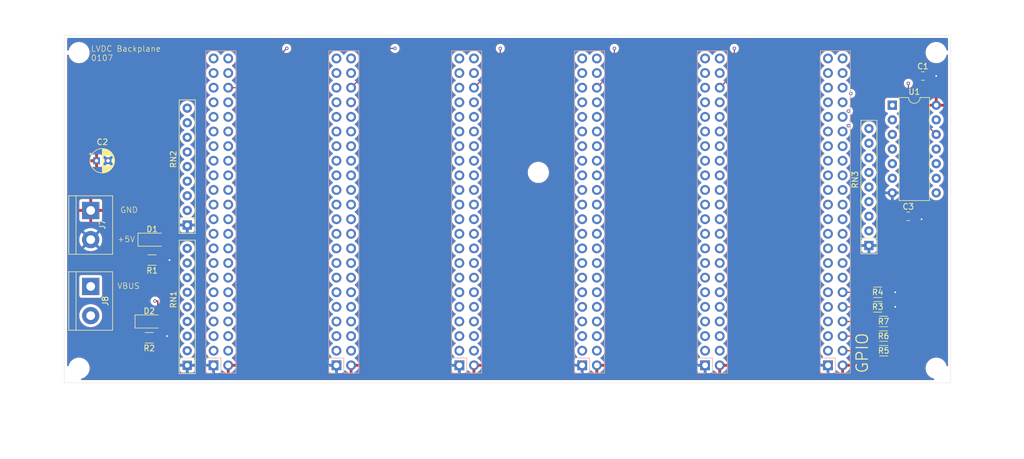
<source format=kicad_pcb>
(kicad_pcb (version 20240108) (generator "pcbnew") (generator_version "8.0")
  (layers (0 "F.Cu" signal) (1 "In1.Cu" signal) (2 "In2.Cu" signal) (31 "B.Cu" signal) (34 "B.Paste" user) (35 "F.Paste" user) (36 "B.SilkS" user "B.Silkscreen") (37 "F.SilkS" user "F.Silkscreen") (38 "B.Mask" user) (39 "F.Mask" user) (44 "Edge.Cuts" user))
  (net 0 "")
  (net 1 "+5V")
  (net 2 "GND")
  (net 3 "Net-(D1-K)")
  (net 4 "DB4")
  (net 5 "I3")
  (net 6 "I11")
  (net 7 "DB11")
  (net 8 "I2")
  (net 9 "DB8")
  (net 10 "I7")
  (net 11 "Net-(J1-Pin_40)")
  (net 12 "DB1")
  (net 13 "DB15")
  (net 14 "I12")
  (net 15 "I8")
  (net 16 "DB5")
  (net 17 "DB10")
  (net 18 "DB18")
  (net 19 "DB14")
  (net 20 "DB17")
  (net 21 "DB24")
  (net 22 "DB22")
  (net 23 "DB21")
  (net 24 "I5")
  (net 25 "I1")
  (net 26 "I4")
  (net 27 "DB25")
  (net 28 "DB0")
  (net 29 "DB2")
  (net 30 "DB13")
  (net 31 "DB23")
  (net 32 "I0")
  (net 33 "DB20")
  (net 34 "~{RST}")
  (net 35 "DB6")
  (net 36 "DB9")
  (net 37 "DB7")
  (net 38 "I10")
  (net 39 "DB12")
  (net 40 "DB19")
  (net 41 "I6")
  (net 42 "+6V")
  (net 43 "I9")
  (net 44 "DB16")
  (net 45 "DB3")
  (net 46 "Net-(J2-Pin_40)")
  (net 47 "Net-(J3-Pin_40)")
  (net 48 "Net-(J4-Pin_40)")
  (net 49 "Net-(J5-Pin_40)")
  (net 50 "Net-(J6-Pin_40)")
  (net 52 "Net-(U1-Pad11)")
  (net 53 "Net-(D2-K)")
  (footprint "Resistor_SMD:R_1206_3216Metric_Pad1.30x1.75mm_HandSolder" (layer "F.Cu") (at 240.284 106.172 180)
    (property "Reference" "R3" (at 0 0 0) (layer "F.SilkS"))
    (property "Value" "2K")
    (pad "1" smd roundrect (at -1.55 0 180) (size 1.3 1.75) (layers "F.Cu" "F.Paste" "F.Mask") (roundrect_rratio 0.192308) (net 2 "GND"))
    (pad "2" smd roundrect (at 1.55 0 180) (size 1.3 1.75) (layers "F.Cu" "F.Paste" "F.Mask") (roundrect_rratio 0.192308) (net 21 "DB24"))
  )
  (footprint "TerminalBlock:TerminalBlock_bornier-2_P5.08mm" (layer "F.Cu") (at 103.632 89.408 -90)
    (property "Reference" "J7" (at 2.454 -2.038 90) (layer "F.SilkS"))
    (property "Value" "Screw_Terminal_01x02")
    (pad "1" thru_hole rect (at 0 0 270) (size 3 3) (drill 1.52) (layers "*.Cu" "*.Mask") (net 1 "+5V"))
    (pad "2" thru_hole circle (at 5.08 0 270) (size 3 3) (drill 1.52) (layers "*.Cu" "*.Mask") (net 2 "GND"))
  )
  (footprint "LED_SMD:LED_1206_3216Metric_Pad1.42x1.75mm_HandSolder" (layer "F.Cu") (at 114.3 94.488)
    (property "Reference" "D1" (at 0 -1.82 0) (layer "F.SilkS"))
    (property "Value" "LED")
    (pad "1" smd roundrect (at -1.4875 0) (size 1.425 1.75) (layers "F.Cu" "F.Paste" "F.Mask") (roundrect_rratio 0.175439) (net 3 "Net-(D1-K)"))
    (pad "2" smd roundrect (at 1.4875 0) (size 1.425 1.75) (layers "F.Cu" "F.Paste" "F.Mask") (roundrect_rratio 0.175439) (net 1 "+5V"))
  )
  (footprint "" (layer "F.Cu") (at 250.444 116.84)
    (property "Reference" "" (at 0 0 0) (layer "F.SilkS") (effects (font (size 1.27 1.27))))
    (property "Value" "")
    (pad "" np_thru_hole circle (at 0 0) (size 3.2 3.2) (drill 3.2) (layers "*.Cu" "*.Mask"))
  )
  (footprint "Capacitor_SMD:C_0805_2012Metric_Pad1.18x1.45mm_HandSolder" (layer "F.Cu") (at 248.1265 66.045)
    (property "Reference" "C1" (at 0 -1.68 0) (layer "F.SilkS"))
    (property "Value" "100nF")
    (pad "1" smd roundrect (at -1.0375 0) (size 1.175 1.45) (layers "F.Cu" "F.Paste" "F.Mask") (roundrect_rratio 0.212766) (net 1 "+5V"))
    (pad "2" smd roundrect (at 1.0375 0) (size 1.175 1.45) (layers "F.Cu" "F.Paste" "F.Mask") (roundrect_rratio 0.212766) (net 2 "GND"))
  )
  (footprint "" (layer "F.Cu") (at 101.6 116.84)
    (property "Reference" "" (at 0 0 0) (layer "F.SilkS") (effects (font (size 1.27 1.27))))
    (property "Value" "")
    (pad "" np_thru_hole circle (at 0 0) (size 3.2 3.2) (drill 3.2) (layers "*.Cu" "*.Mask"))
  )
  (footprint "Capacitor_SMD:C_0805_2012Metric_Pad1.18x1.45mm_HandSolder" (layer "F.Cu") (at 245.5865 90.429)
    (property "Reference" "C3" (at 0 -1.68 0) (layer "F.SilkS"))
    (property "Value" "1µF")
    (pad "1" smd roundrect (at -1.0375 0) (size 1.175 1.45) (layers "F.Cu" "F.Paste" "F.Mask") (roundrect_rratio 0.212766) (net 1 "+5V"))
    (pad "2" smd roundrect (at 1.0375 0) (size 1.175 1.45) (layers "F.Cu" "F.Paste" "F.Mask") (roundrect_rratio 0.212766) (net 2 "GND"))
  )
  (footprint "Package_DIP:DIP-14_W7.62mm" (layer "F.Cu") (at 242.824 71.12)
    (property "Reference" "U1" (at 3.81 -2.33 0) (layer "F.SilkS"))
    (property "Value" "74HCT04")
    (pad "1" thru_hole rect (at 0 0) (size 1.6 1.6) (drill 0.8) (layers "*.Cu" "*.Mask") (net 50 "Net-(J6-Pin_40)"))
    (pad "2" thru_hole oval (at 0 2.54) (size 1.6 1.6) (drill 0.8) (layers "*.Cu" "*.Mask") (net 52 "Net-(U1-Pad11)"))
    (pad "3" thru_hole oval (at 0 5.08) (size 1.6 1.6) (drill 0.8) (layers "*.Cu" "*.Mask") (net 52 "Net-(U1-Pad11)"))
    (pad "4" thru_hole oval (at 0 7.62) (size 1.6 1.6) (drill 0.8) (layers "*.Cu" "*.Mask") (net 49 "Net-(J5-Pin_40)"))
    (pad "5" thru_hole oval (at 0 10.16) (size 1.6 1.6) (drill 0.8) (layers "*.Cu" "*.Mask") (net 52 "Net-(U1-Pad11)"))
    (pad "6" thru_hole oval (at 0 12.7) (size 1.6 1.6) (drill 0.8) (layers "*.Cu" "*.Mask") (net 48 "Net-(J4-Pin_40)"))
    (pad "7" thru_hole oval (at 0 15.24) (size 1.6 1.6) (drill 0.8) (layers "*.Cu" "*.Mask") (net 2 "GND"))
    (pad "8" thru_hole oval (at 7.62 15.24) (size 1.6 1.6) (drill 0.8) (layers "*.Cu" "*.Mask") (net 47 "Net-(J3-Pin_40)"))
    (pad "9" thru_hole oval (at 7.62 12.7) (size 1.6 1.6) (drill 0.8) (layers "*.Cu" "*.Mask") (net 52 "Net-(U1-Pad11)"))
    (pad "10" thru_hole oval (at 7.62 10.16) (size 1.6 1.6) (drill 0.8) (layers "*.Cu" "*.Mask") (net 46 "Net-(J2-Pin_40)"))
    (pad "11" thru_hole oval (at 7.62 7.62) (size 1.6 1.6) (drill 0.8) (layers "*.Cu" "*.Mask") (net 52 "Net-(U1-Pad11)"))
    (pad "12" thru_hole oval (at 7.62 5.08) (size 1.6 1.6) (drill 0.8) (layers "*.Cu" "*.Mask") (net 11 "Net-(J1-Pin_40)"))
    (pad "13" thru_hole oval (at 7.62 2.54) (size 1.6 1.6) (drill 0.8) (layers "*.Cu" "*.Mask") (net 52 "Net-(U1-Pad11)"))
    (pad "14" thru_hole oval (at 7.62 0) (size 1.6 1.6) (drill 0.8) (layers "*.Cu" "*.Mask") (net 1 "+5V"))
  )
  (footprint "Resistor_SMD:R_1206_3216Metric_Pad1.30x1.75mm_HandSolder" (layer "F.Cu") (at 241.326 113.792 180)
    (property "Reference" "R5" (at 0 0 0) (layer "F.SilkS"))
    (property "Value" "2K")
    (pad "1" smd roundrect (at -1.55 0 180) (size 1.3 1.75) (layers "F.Cu" "F.Paste" "F.Mask") (roundrect_rratio 0.192308) (net 2 "GND"))
    (pad "2" smd roundrect (at 1.55 0 180) (size 1.3 1.75) (layers "F.Cu" "F.Paste" "F.Mask") (roundrect_rratio 0.192308) (net 23 "DB21"))
  )
  (footprint "Resistor_THT:R_Array_SIP9" (layer "F.Cu") (at 120.396 91.948 90)
    (property "Reference" "RN2" (at 11.43 -2.4 90) (layer "F.SilkS"))
    (property "Value" "R_Network08")
    (pad "1" thru_hole rect (at 0 0 90) (size 1.6 1.6) (drill 0.8) (layers "*.Cu" "*.Mask") (net 2 "GND"))
    (pad "2" thru_hole oval (at 2.54 0 90) (size 1.6 1.6) (drill 0.8) (layers "*.Cu" "*.Mask") (net 9 "DB8"))
    (pad "3" thru_hole oval (at 5.08 0 90) (size 1.6 1.6) (drill 0.8) (layers "*.Cu" "*.Mask") (net 36 "DB9"))
    (pad "4" thru_hole oval (at 7.62 0 90) (size 1.6 1.6) (drill 0.8) (layers "*.Cu" "*.Mask") (net 17 "DB10"))
    (pad "5" thru_hole oval (at 10.16 0 90) (size 1.6 1.6) (drill 0.8) (layers "*.Cu" "*.Mask") (net 7 "DB11"))
    (pad "6" thru_hole oval (at 12.7 0 90) (size 1.6 1.6) (drill 0.8) (layers "*.Cu" "*.Mask") (net 39 "DB12"))
    (pad "7" thru_hole oval (at 15.24 0 90) (size 1.6 1.6) (drill 0.8) (layers "*.Cu" "*.Mask") (net 30 "DB13"))
    (pad "8" thru_hole oval (at 17.78 0 90) (size 1.6 1.6) (drill 0.8) (layers "*.Cu" "*.Mask") (net 19 "DB14"))
    (pad "9" thru_hole oval (at 20.32 0 90) (size 1.6 1.6) (drill 0.8) (layers "*.Cu" "*.Mask") (net 13 "DB15"))
  )
  (footprint "LED_SMD:LED_1206_3216Metric_Pad1.42x1.75mm_HandSolder" (layer "F.Cu") (at 113.792 108.712)
    (property "Reference" "D2" (at 0 -1.82 0) (layer "F.SilkS"))
    (property "Value" "LED")
    (pad "1" smd roundrect (at -1.4875 0) (size 1.425 1.75) (layers "F.Cu" "F.Paste" "F.Mask") (roundrect_rratio 0.175439) (net 53 "Net-(D2-K)"))
    (pad "2" smd roundrect (at 1.4875 0) (size 1.425 1.75) (layers "F.Cu" "F.Paste" "F.Mask") (roundrect_rratio 0.175439) (net 42 "+6V"))
  )
  (footprint "Resistor_SMD:R_1206_3216Metric_Pad1.30x1.75mm_HandSolder" (layer "F.Cu") (at 241.3 108.712 180)
    (property "Reference" "R7" (at 0 0 0) (layer "F.SilkS"))
    (property "Value" "2K")
    (pad "1" smd roundrect (at -1.55 0 180) (size 1.3 1.75) (layers "F.Cu" "F.Paste" "F.Mask") (roundrect_rratio 0.192308) (net 2 "GND"))
    (pad "2" smd roundrect (at 1.55 0 180) (size 1.3 1.75) (layers "F.Cu" "F.Paste" "F.Mask") (roundrect_rratio 0.192308) (net 31 "DB23"))
  )
  (footprint "Resistor_SMD:R_1206_3216Metric_Pad1.30x1.75mm_HandSolder" (layer "F.Cu") (at 114.2895 98.044 180)
    (property "Reference" "R1" (at 0 -1.82 0) (layer "F.SilkS"))
    (property "Value" "2K")
    (pad "1" smd roundrect (at -1.55 0 180) (size 1.3 1.75) (layers "F.Cu" "F.Paste" "F.Mask") (roundrect_rratio 0.192308) (net 2 "GND"))
    (pad "2" smd roundrect (at 1.55 0 180) (size 1.3 1.75) (layers "F.Cu" "F.Paste" "F.Mask") (roundrect_rratio 0.192308) (net 3 "Net-(D1-K)"))
  )
  (footprint "Resistor_THT:R_Array_SIP9" (layer "F.Cu") (at 238.76 95.504 90)
    (property "Reference" "RN3" (at 11.43 -2.4 90) (layer "F.SilkS"))
    (property "Value" "R_Network08")
    (pad "1" thru_hole rect (at 0 0 90) (size 1.6 1.6) (drill 0.8) (layers "*.Cu" "*.Mask") (net 2 "GND"))
    (pad "2" thru_hole oval (at 2.54 0 90) (size 1.6 1.6) (drill 0.8) (layers "*.Cu" "*.Mask") (net 44 "DB16"))
    (pad "3" thru_hole oval (at 5.08 0 90) (size 1.6 1.6) (drill 0.8) (layers "*.Cu" "*.Mask") (net 20 "DB17"))
    (pad "4" thru_hole oval (at 7.62 0 90) (size 1.6 1.6) (drill 0.8) (layers "*.Cu" "*.Mask") (net 18 "DB18"))
    (pad "5" thru_hole oval (at 10.16 0 90) (size 1.6 1.6) (drill 0.8) (layers "*.Cu" "*.Mask") (net 40 "DB19"))
    (pad "6" thru_hole oval (at 12.7 0 90) (size 1.6 1.6) (drill 0.8) (layers "*.Cu" "*.Mask") (net 33 "DB20"))
    (pad "7" thru_hole oval (at 15.24 0 90) (size 1.6 1.6) (drill 0.8) (layers "*.Cu" "*.Mask"))
    (pad "8" thru_hole oval (at 17.78 0 90) (size 1.6 1.6) (drill 0.8) (layers "*.Cu" "*.Mask"))
    (pad "9" thru_hole oval (at 20.32 0 90) (size 1.6 1.6) (drill 0.8) (layers "*.Cu" "*.Mask"))
  )
  (footprint "" (layer "F.Cu") (at 101.6 61.976)
    (property "Reference" "" (at 0 0 0) (layer "F.SilkS") (effects (font (size 1.27 1.27))))
    (property "Value" "")
    (pad "" np_thru_hole circle (at 0 0) (size 3.2 3.2) (drill 3.2) (layers "*.Cu" "*.Mask"))
  )
  (footprint "Resistor_SMD:R_1206_3216Metric_Pad1.30x1.75mm_HandSolder" (layer "F.Cu") (at 241.3 111.252 180)
    (property "Reference" "R6" (at 0 0 0) (layer "F.SilkS"))
    (property "Value" "2K")
    (pad "1" smd roundrect (at -1.55 0 180) (size 1.3 1.75) (layers "F.Cu" "F.Paste" "F.Mask") (roundrect_rratio 0.192308) (net 2 "GND"))
    (pad "2" smd roundrect (at 1.55 0 180) (size 1.3 1.75) (layers "F.Cu" "F.Paste" "F.Mask") (roundrect_rratio 0.192308) (net 22 "DB22"))
  )
  (footprint "Resistor_SMD:R_1206_3216Metric_Pad1.30x1.75mm_HandSolder" (layer "F.Cu") (at 113.799 111.544 180)
    (property "Reference" "R2" (at 0 -1.82 0) (layer "F.SilkS"))
    (property "Value" "2K")
    (pad "1" smd roundrect (at -1.55 0 180) (size 1.3 1.75) (layers "F.Cu" "F.Paste" "F.Mask") (roundrect_rratio 0.192308) (net 2 "GND"))
    (pad "2" smd roundrect (at 1.55 0 180) (size 1.3 1.75) (layers "F.Cu" "F.Paste" "F.Mask") (roundrect_rratio 0.192308) (net 53 "Net-(D2-K)"))
  )
  (footprint "" (layer "F.Cu") (at 250.444 61.976)
    (property "Reference" "" (at 0 0 0) (layer "F.SilkS") (effects (font (size 1.27 1.27))))
    (property "Value" "")
    (pad "" np_thru_hole circle (at 0 0) (size 3.2 3.2) (drill 3.2) (layers "*.Cu" "*.Mask"))
  )
  (footprint "Capacitor_THT:CP_Radial_D4.0mm_P2.00mm" (layer "F.Cu") (at 104.648 80.772)
    (property "Reference" "C2" (at 1 -3.25 0) (layer "F.SilkS"))
    (property "Value" "10µF")
    (pad "1" thru_hole rect (at 0 0) (size 1.2 1.2) (drill 0.6) (layers "*.Cu" "*.Mask") (net 1 "+5V"))
    (pad "2" thru_hole circle (at 2 0) (size 1.2 1.2) (drill 0.6) (layers "*.Cu" "*.Mask") (net 2 "GND"))
  )
  (footprint "Resistor_SMD:R_1206_3216Metric_Pad1.30x1.75mm_HandSolder" (layer "F.Cu") (at 240.284 103.632 180)
    (property "Reference" "R4" (at 0 0 0) (layer "F.SilkS"))
    (property "Value" "2K")
    (pad "1" smd roundrect (at -1.55 0 180) (size 1.3 1.75) (layers "F.Cu" "F.Paste" "F.Mask") (roundrect_rratio 0.192308) (net 2 "GND"))
    (pad "2" smd roundrect (at 1.55 0 180) (size 1.3 1.75) (layers "F.Cu" "F.Paste" "F.Mask") (roundrect_rratio 0.192308) (net 27 "DB25"))
  )
  (footprint "Resistor_THT:R_Array_SIP9" (layer "F.Cu") (at 120.396 116.332 90)
    (property "Reference" "RN1" (at 11.43 -2.4 90) (layer "F.SilkS"))
    (property "Value" "R_Network08")
    (pad "1" thru_hole rect (at 0 0 90) (size 1.6 1.6) (drill 0.8) (layers "*.Cu" "*.Mask") (net 2 "GND"))
    (pad "2" thru_hole oval (at 2.54 0 90) (size 1.6 1.6) (drill 0.8) (layers "*.Cu" "*.Mask") (net 28 "DB0"))
    (pad "3" thru_hole oval (at 5.08 0 90) (size 1.6 1.6) (drill 0.8) (layers "*.Cu" "*.Mask") (net 12 "DB1"))
    (pad "4" thru_hole oval (at 7.62 0 90) (size 1.6 1.6) (drill 0.8) (layers "*.Cu" "*.Mask") (net 29 "DB2"))
    (pad "5" thru_hole oval (at 10.16 0 90) (size 1.6 1.6) (drill 0.8) (layers "*.Cu" "*.Mask") (net 45 "DB3"))
    (pad "6" thru_hole oval (at 12.7 0 90) (size 1.6 1.6) (drill 0.8) (layers "*.Cu" "*.Mask") (net 4 "DB4"))
    (pad "7" thru_hole oval (at 15.24 0 90) (size 1.6 1.6) (drill 0.8) (layers "*.Cu" "*.Mask") (net 16 "DB5"))
    (pad "8" thru_hole oval (at 17.78 0 90) (size 1.6 1.6) (drill 0.8) (layers "*.Cu" "*.Mask") (net 35 "DB6"))
    (pad "9" thru_hole oval (at 20.32 0 90) (size 1.6 1.6) (drill 0.8) (layers "*.Cu" "*.Mask") (net 37 "DB7"))
  )
  (footprint "" (layer "F.Cu") (at 181.356 82.804)
    (property "Reference" "" (at 0 0 0) (layer "F.SilkS") (effects (font (size 1.27 1.27))))
    (property "Value" "")
    (pad "" np_thru_hole circle (at 0 0) (size 3.2 3.2) (drill 3.2) (layers "*.Cu" "*.Mask"))
  )
  (footprint "TerminalBlock:TerminalBlock_bornier-2_P5.08mm" (layer "F.Cu") (at 103.632 102.616 -90)
    (property "Reference" "J8" (at 2.54 -2.54 90) (layer "F.SilkS"))
    (property "Value" "Screw_Terminal_01x02")
    (pad "1" thru_hole rect (at 0 0 270) (size 3 3) (drill 1.52) (layers "*.Cu" "*.Mask") (net 42 "+6V"))
    (pad "2" thru_hole circle (at 5.08 0 270) (size 3 3) (drill 1.52) (layers "*.Cu" "*.Mask"))
  )
  (footprint "Connector_PinHeader_2.54mm:PinHeader_2x22_P2.54mm_Vertical" (layer "B.Cu") (at 188.976 116.332)
    (property "Reference" "J4" (hide yes))
    (property "Value" "SLOT4" (hide yes))
    (pad "1" thru_hole rect (at 0 0) (size 1.7 1.7) (drill 1) (layers "*.Cu" "*.Mask") (net 2 "GND"))
    (pad "2" thru_hole oval (at 2.54 0) (size 1.7 1.7) (drill 1) (layers "*.Cu" "*.Mask") (net 1 "+5V"))
    (pad "3" thru_hole oval (at 0 -2.54) (size 1.7 1.7) (drill 1) (layers "*.Cu" "*.Mask") (net 28 "DB0"))
    (pad "4" thru_hole oval (at 2.54 -2.54) (size 1.7 1.7) (drill 1) (layers "*.Cu" "*.Mask") (net 23 "DB21"))
    (pad "5" thru_hole oval (at 0 -5.08) (size 1.7 1.7) (drill 1) (layers "*.Cu" "*.Mask") (net 12 "DB1"))
    (pad "6" thru_hole oval (at 2.54 -5.08) (size 1.7 1.7) (drill 1) (layers "*.Cu" "*.Mask") (net 22 "DB22"))
    (pad "7" thru_hole oval (at 0 -7.62) (size 1.7 1.7) (drill 1) (layers "*.Cu" "*.Mask") (net 29 "DB2"))
    (pad "8" thru_hole oval (at 2.54 -7.62) (size 1.7 1.7) (drill 1) (layers "*.Cu" "*.Mask") (net 31 "DB23"))
    (pad "9" thru_hole oval (at 0 -10.16) (size 1.7 1.7) (drill 1) (layers "*.Cu" "*.Mask") (net 45 "DB3"))
    (pad "10" thru_hole oval (at 2.54 -10.16) (size 1.7 1.7) (drill 1) (layers "*.Cu" "*.Mask") (net 21 "DB24"))
    (pad "11" thru_hole oval (at 0 -12.7) (size 1.7 1.7) (drill 1) (layers "*.Cu" "*.Mask") (net 4 "DB4"))
    (pad "12" thru_hole oval (at 2.54 -12.7) (size 1.7 1.7) (drill 1) (layers "*.Cu" "*.Mask") (net 27 "DB25"))
    (pad "13" thru_hole oval (at 0 -15.24) (size 1.7 1.7) (drill 1) (layers "*.Cu" "*.Mask") (net 16 "DB5"))
    (pad "14" thru_hole oval (at 2.54 -15.24) (size 1.7 1.7) (drill 1) (layers "*.Cu" "*.Mask") (net 32 "I0"))
    (pad "15" thru_hole oval (at 0 -17.78) (size 1.7 1.7) (drill 1) (layers "*.Cu" "*.Mask") (net 35 "DB6"))
    (pad "16" thru_hole oval (at 2.54 -17.78) (size 1.7 1.7) (drill 1) (layers "*.Cu" "*.Mask") (net 25 "I1"))
    (pad "17" thru_hole oval (at 0 -20.32) (size 1.7 1.7) (drill 1) (layers "*.Cu" "*.Mask") (net 37 "DB7"))
    (pad "18" thru_hole oval (at 2.54 -20.32) (size 1.7 1.7) (drill 1) (layers "*.Cu" "*.Mask") (net 8 "I2"))
    (pad "19" thru_hole oval (at 0 -22.86) (size 1.7 1.7) (drill 1) (layers "*.Cu" "*.Mask") (net 9 "DB8"))
    (pad "20" thru_hole oval (at 2.54 -22.86) (size 1.7 1.7) (drill 1) (layers "*.Cu" "*.Mask") (net 5 "I3"))
    (pad "21" thru_hole oval (at 0 -25.4) (size 1.7 1.7) (drill 1) (layers "*.Cu" "*.Mask") (net 36 "DB9"))
    (pad "22" thru_hole oval (at 2.54 -25.4) (size 1.7 1.7) (drill 1) (layers "*.Cu" "*.Mask") (net 26 "I4"))
    (pad "23" thru_hole oval (at 0 -27.94) (size 1.7 1.7) (drill 1) (layers "*.Cu" "*.Mask") (net 17 "DB10"))
    (pad "24" thru_hole oval (at 2.54 -27.94) (size 1.7 1.7) (drill 1) (layers "*.Cu" "*.Mask") (net 24 "I5"))
    (pad "25" thru_hole oval (at 0 -30.48) (size 1.7 1.7) (drill 1) (layers "*.Cu" "*.Mask") (net 7 "DB11"))
    (pad "26" thru_hole oval (at 2.54 -30.48) (size 1.7 1.7) (drill 1) (layers "*.Cu" "*.Mask") (net 41 "I6"))
    (pad "27" thru_hole oval (at 0 -33.02) (size 1.7 1.7) (drill 1) (layers "*.Cu" "*.Mask") (net 39 "DB12"))
    (pad "28" thru_hole oval (at 2.54 -33.02) (size 1.7 1.7) (drill 1) (layers "*.Cu" "*.Mask") (net 10 "I7"))
    (pad "29" thru_hole oval (at 0 -35.56) (size 1.7 1.7) (drill 1) (layers "*.Cu" "*.Mask") (net 30 "DB13"))
    (pad "30" thru_hole oval (at 2.54 -35.56) (size 1.7 1.7) (drill 1) (layers "*.Cu" "*.Mask") (net 15 "I8"))
    (pad "31" thru_hole oval (at 0 -38.1) (size 1.7 1.7) (drill 1) (layers "*.Cu" "*.Mask") (net 19 "DB14"))
    (pad "32" thru_hole oval (at 2.54 -38.1) (size 1.7 1.7) (drill 1) (layers "*.Cu" "*.Mask") (net 43 "I9"))
    (pad "33" thru_hole oval (at 0 -40.64) (size 1.7 1.7) (drill 1) (layers "*.Cu" "*.Mask") (net 13 "DB15"))
    (pad "34" thru_hole oval (at 2.54 -40.64) (size 1.7 1.7) (drill 1) (layers "*.Cu" "*.Mask") (net 38 "I10"))
    (pad "35" thru_hole oval (at 0 -43.18) (size 1.7 1.7) (drill 1) (layers "*.Cu" "*.Mask") (net 44 "DB16"))
    (pad "36" thru_hole oval (at 2.54 -43.18) (size 1.7 1.7) (drill 1) (layers "*.Cu" "*.Mask") (net 6 "I11"))
    (pad "37" thru_hole oval (at 0 -45.72) (size 1.7 1.7) (drill 1) (layers "*.Cu" "*.Mask") (net 20 "DB17"))
    (pad "38" thru_hole oval (at 2.54 -45.72) (size 1.7 1.7) (drill 1) (layers "*.Cu" "*.Mask") (net 14 "I12"))
    (pad "39" thru_hole oval (at 0 -48.26) (size 1.7 1.7) (drill 1) (layers "*.Cu" "*.Mask") (net 18 "DB18"))
    (pad "40" thru_hole oval (at 2.54 -48.26) (size 1.7 1.7) (drill 1) (layers "*.Cu" "*.Mask") (net 48 "Net-(J4-Pin_40)"))
    (pad "41" thru_hole oval (at 0 -50.8) (size 1.7 1.7) (drill 1) (layers "*.Cu" "*.Mask") (net 40 "DB19"))
    (pad "42" thru_hole oval (at 2.54 -50.8) (size 1.7 1.7) (drill 1) (layers "*.Cu" "*.Mask") (net 42 "+6V"))
    (pad "43" thru_hole oval (at 0 -53.34) (size 1.7 1.7) (drill 1) (layers "*.Cu" "*.Mask") (net 33 "DB20"))
    (pad "44" thru_hole oval (at 2.54 -53.34) (size 1.7 1.7) (drill 1) (layers "*.Cu" "*.Mask") (net 34 "~{RST}"))
  )
  (footprint "Connector_PinHeader_2.54mm:PinHeader_2x22_P2.54mm_Vertical" (layer "B.Cu") (at 210.312 116.332)
    (property "Reference" "J5" (hide yes))
    (property "Value" "SLOT5" (hide yes))
    (pad "1" thru_hole rect (at 0 0) (size 1.7 1.7) (drill 1) (layers "*.Cu" "*.Mask") (net 2 "GND"))
    (pad "2" thru_hole oval (at 2.54 0) (size 1.7 1.7) (drill 1) (layers "*.Cu" "*.Mask") (net 1 "+5V"))
    (pad "3" thru_hole oval (at 0 -2.54) (size 1.7 1.7) (drill 1) (layers "*.Cu" "*.Mask") (net 28 "DB0"))
    (pad "4" thru_hole oval (at 2.54 -2.54) (size 1.7 1.7) (drill 1) (layers "*.Cu" "*.Mask") (net 23 "DB21"))
    (pad "5" thru_hole oval (at 0 -5.08) (size 1.7 1.7) (drill 1) (layers "*.Cu" "*.Mask") (net 12 "DB1"))
    (pad "6" thru_hole oval (at 2.54 -5.08) (size 1.7 1.7) (drill 1) (layers "*.Cu" "*.Mask") (net 22 "DB22"))
    (pad "7" thru_hole oval (at 0 -7.62) (size 1.7 1.7) (drill 1) (layers "*.Cu" "*.Mask") (net 29 "DB2"))
    (pad "8" thru_hole oval (at 2.54 -7.62) (size 1.7 1.7) (drill 1) (layers "*.Cu" "*.Mask") (net 31 "DB23"))
    (pad "9" thru_hole oval (at 0 -10.16) (size 1.7 1.7) (drill 1) (layers "*.Cu" "*.Mask") (net 45 "DB3"))
    (pad "10" thru_hole oval (at 2.54 -10.16) (size 1.7 1.7) (drill 1) (layers "*.Cu" "*.Mask") (net 21 "DB24"))
    (pad "11" thru_hole oval (at 0 -12.7) (size 1.7 1.7) (drill 1) (layers "*.Cu" "*.Mask") (net 4 "DB4"))
    (pad "12" thru_hole oval (at 2.54 -12.7) (size 1.7 1.7) (drill 1) (layers "*.Cu" "*.Mask") (net 27 "DB25"))
    (pad "13" thru_hole oval (at 0 -15.24) (size 1.7 1.7) (drill 1) (layers "*.Cu" "*.Mask") (net 16 "DB5"))
    (pad "14" thru_hole oval (at 2.54 -15.24) (size 1.7 1.7) (drill 1) (layers "*.Cu" "*.Mask") (net 32 "I0"))
    (pad "15" thru_hole oval (at 0 -17.78) (size 1.7 1.7) (drill 1) (layers "*.Cu" "*.Mask") (net 35 "DB6"))
    (pad "16" thru_hole oval (at 2.54 -17.78) (size 1.7 1.7) (drill 1) (layers "*.Cu" "*.Mask") (net 25 "I1"))
    (pad "17" thru_hole oval (at 0 -20.32) (size 1.7 1.7) (drill 1) (layers "*.Cu" "*.Mask") (net 37 "DB7"))
    (pad "18" thru_hole oval (at 2.54 -20.32) (size 1.7 1.7) (drill 1) (layers "*.Cu" "*.Mask") (net 8 "I2"))
    (pad "19" thru_hole oval (at 0 -22.86) (size 1.7 1.7) (drill 1) (layers "*.Cu" "*.Mask") (net 9 "DB8"))
    (pad "20" thru_hole oval (at 2.54 -22.86) (size 1.7 1.7) (drill 1) (layers "*.Cu" "*.Mask") (net 5 "I3"))
    (pad "21" thru_hole oval (at 0 -25.4) (size 1.7 1.7) (drill 1) (layers "*.Cu" "*.Mask") (net 36 "DB9"))
    (pad "22" thru_hole oval (at 2.54 -25.4) (size 1.7 1.7) (drill 1) (layers "*.Cu" "*.Mask") (net 26 "I4"))
    (pad "23" thru_hole oval (at 0 -27.94) (size 1.7 1.7) (drill 1) (layers "*.Cu" "*.Mask") (net 17 "DB10"))
    (pad "24" thru_hole oval (at 2.54 -27.94) (size 1.7 1.7) (drill 1) (layers "*.Cu" "*.Mask") (net 24 "I5"))
    (pad "25" thru_hole oval (at 0 -30.48) (size 1.7 1.7) (drill 1) (layers "*.Cu" "*.Mask") (net 7 "DB11"))
    (pad "26" thru_hole oval (at 2.54 -30.48) (size 1.7 1.7) (drill 1) (layers "*.Cu" "*.Mask") (net 41 "I6"))
    (pad "27" thru_hole oval (at 0 -33.02) (size 1.7 1.7) (drill 1) (layers "*.Cu" "*.Mask") (net 39 "DB12"))
    (pad "28" thru_hole oval (at 2.54 -33.02) (size 1.7 1.7) (drill 1) (layers "*.Cu" "*.Mask") (net 10 "I7"))
    (pad "29" thru_hole oval (at 0 -35.56) (size 1.7 1.7) (drill 1) (layers "*.Cu" "*.Mask") (net 30 "DB13"))
    (pad "30" thru_hole oval (at 2.54 -35.56) (size 1.7 1.7) (drill 1) (layers "*.Cu" "*.Mask") (net 15 "I8"))
    (pad "31" thru_hole oval (at 0 -38.1) (size 1.7 1.7) (drill 1) (layers "*.Cu" "*.Mask") (net 19 "DB14"))
    (pad "32" thru_hole oval (at 2.54 -38.1) (size 1.7 1.7) (drill 1) (layers "*.Cu" "*.Mask") (net 43 "I9"))
    (pad "33" thru_hole oval (at 0 -40.64) (size 1.7 1.7) (drill 1) (layers "*.Cu" "*.Mask") (net 13 "DB15"))
    (pad "34" thru_hole oval (at 2.54 -40.64) (size 1.7 1.7) (drill 1) (layers "*.Cu" "*.Mask") (net 38 "I10"))
    (pad "35" thru_hole oval (at 0 -43.18) (size 1.7 1.7) (drill 1) (layers "*.Cu" "*.Mask") (net 44 "DB16"))
    (pad "36" thru_hole oval (at 2.54 -43.18) (size 1.7 1.7) (drill 1) (layers "*.Cu" "*.Mask") (net 6 "I11"))
    (pad "37" thru_hole oval (at 0 -45.72) (size 1.7 1.7) (drill 1) (layers "*.Cu" "*.Mask") (net 20 "DB17"))
    (pad "38" thru_hole oval (at 2.54 -45.72) (size 1.7 1.7) (drill 1) (layers "*.Cu" "*.Mask") (net 14 "I12"))
    (pad "39" thru_hole oval (at 0 -48.26) (size 1.7 1.7) (drill 1) (layers "*.Cu" "*.Mask") (net 18 "DB18"))
    (pad "40" thru_hole oval (at 2.54 -48.26) (size 1.7 1.7) (drill 1) (layers "*.Cu" "*.Mask") (net 49 "Net-(J5-Pin_40)"))
    (pad "41" thru_hole oval (at 0 -50.8) (size 1.7 1.7) (drill 1) (layers "*.Cu" "*.Mask") (net 40 "DB19"))
    (pad "42" thru_hole oval (at 2.54 -50.8) (size 1.7 1.7) (drill 1) (layers "*.Cu" "*.Mask") (net 42 "+6V"))
    (pad "43" thru_hole oval (at 0 -53.34) (size 1.7 1.7) (drill 1) (layers "*.Cu" "*.Mask") (net 33 "DB20"))
    (pad "44" thru_hole oval (at 2.54 -53.34) (size 1.7 1.7) (drill 1) (layers "*.Cu" "*.Mask") (net 34 "~{RST}"))
  )
  (footprint "Connector_PinHeader_2.54mm:PinHeader_2x22_P2.54mm_Vertical" (layer "B.Cu") (at 231.648 116.332)
    (property "Reference" "J6" (hide yes))
    (property "Value" "GPIO" (hide yes))
    (pad "1" thru_hole rect (at 0 0) (size 1.7 1.7) (drill 1) (layers "*.Cu" "*.Mask") (net 2 "GND"))
    (pad "2" thru_hole oval (at 2.54 0) (size 1.7 1.7) (drill 1) (layers "*.Cu" "*.Mask") (net 1 "+5V"))
    (pad "3" thru_hole oval (at 0 -2.54) (size 1.7 1.7) (drill 1) (layers "*.Cu" "*.Mask") (net 28 "DB0"))
    (pad "4" thru_hole oval (at 2.54 -2.54) (size 1.7 1.7) (drill 1) (layers "*.Cu" "*.Mask") (net 23 "DB21"))
    (pad "5" thru_hole oval (at 0 -5.08) (size 1.7 1.7) (drill 1) (layers "*.Cu" "*.Mask") (net 12 "DB1"))
    (pad "6" thru_hole oval (at 2.54 -5.08) (size 1.7 1.7) (drill 1) (layers "*.Cu" "*.Mask") (net 22 "DB22"))
    (pad "7" thru_hole oval (at 0 -7.62) (size 1.7 1.7) (drill 1) (layers "*.Cu" "*.Mask") (net 29 "DB2"))
    (pad "8" thru_hole oval (at 2.54 -7.62) (size 1.7 1.7) (drill 1) (layers "*.Cu" "*.Mask") (net 31 "DB23"))
    (pad "9" thru_hole oval (at 0 -10.16) (size 1.7 1.7) (drill 1) (layers "*.Cu" "*.Mask") (net 45 "DB3"))
    (pad "10" thru_hole oval (at 2.54 -10.16) (size 1.7 1.7) (drill 1) (layers "*.Cu" "*.Mask") (net 21 "DB24"))
    (pad "11" thru_hole oval (at 0 -12.7) (size 1.7 1.7) (drill 1) (layers "*.Cu" "*.Mask") (net 4 "DB4"))
    (pad "12" thru_hole oval (at 2.54 -12.7) (size 1.7 1.7) (drill 1) (layers "*.Cu" "*.Mask") (net 27 "DB25"))
    (pad "13" thru_hole oval (at 0 -15.24) (size 1.7 1.7) (drill 1) (layers "*.Cu" "*.Mask") (net 16 "DB5"))
    (pad "14" thru_hole oval (at 2.54 -15.24) (size 1.7 1.7) (drill 1) (layers "*.Cu" "*.Mask") (net 32 "I0"))
    (pad "15" thru_hole oval (at 0 -17.78) (size 1.7 1.7) (drill 1) (layers "*.Cu" "*.Mask") (net 35 "DB6"))
    (pad "16" thru_hole oval (at 2.54 -17.78) (size 1.7 1.7) (drill 1) (layers "*.Cu" "*.Mask") (net 25 "I1"))
    (pad "17" thru_hole oval (at 0 -20.32) (size 1.7 1.7) (drill 1) (layers "*.Cu" "*.Mask") (net 37 "DB7"))
    (pad "18" thru_hole oval (at 2.54 -20.32) (size 1.7 1.7) (drill 1) (layers "*.Cu" "*.Mask") (net 8 "I2"))
    (pad "19" thru_hole oval (at 0 -22.86) (size 1.7 1.7) (drill 1) (layers "*.Cu" "*.Mask") (net 9 "DB8"))
    (pad "20" thru_hole oval (at 2.54 -22.86) (size 1.7 1.7) (drill 1) (layers "*.Cu" "*.Mask") (net 5 "I3"))
    (pad "21" thru_hole oval (at 0 -25.4) (size 1.7 1.7) (drill 1) (layers "*.Cu" "*.Mask") (net 36 "DB9"))
    (pad "22" thru_hole oval (at 2.54 -25.4) (size 1.7 1.7) (drill 1) (layers "*.Cu" "*.Mask") (net 26 "I4"))
    (pad "23" thru_hole oval (at 0 -27.94) (size 1.7 1.7) (drill 1) (layers "*.Cu" "*.Mask") (net 17 "DB10"))
    (pad "24" thru_hole oval (at 2.54 -27.94) (size 1.7 1.7) (drill 1) (layers "*.Cu" "*.Mask") (net 24 "I5"))
    (pad "25" thru_hole oval (at 0 -30.48) (size 1.7 1.7) (drill 1) (layers "*.Cu" "*.Mask") (net 7 "DB11"))
    (pad "26" thru_hole oval (at 2.54 -30.48) (size 1.7 1.7) (drill 1) (layers "*.Cu" "*.Mask") (net 41 "I6"))
    (pad "27" thru_hole oval (at 0 -33.02) (size 1.7 1.7) (drill 1) (layers "*.Cu" "*.Mask") (net 39 "DB12"))
    (pad "28" thru_hole oval (at 2.54 -33.02) (size 1.7 1.7) (drill 1) (layers "*.Cu" "*.Mask") (net 10 "I7"))
    (pad "29" thru_hole oval (at 0 -35.56) (size 1.7 1.7) (drill 1) (layers "*.Cu" "*.Mask") (net 30 "DB13"))
    (pad "30" thru_hole oval (at 2.54 -35.56) (size 1.7 1.7) (drill 1) (layers "*.Cu" "*.Mask") (net 15 "I8"))
    (pad "31" thru_hole oval (at 0 -38.1) (size 1.7 1.7) (drill 1) (layers "*.Cu" "*.Mask") (net 19 "DB14"))
    (pad "32" thru_hole oval (at 2.54 -38.1) (size 1.7 1.7) (drill 1) (layers "*.Cu" "*.Mask") (net 43 "I9"))
    (pad "33" thru_hole oval (at 0 -40.64) (size 1.7 1.7) (drill 1) (layers "*.Cu" "*.Mask") (net 13 "DB15"))
    (pad "34" thru_hole oval (at 2.54 -40.64) (size 1.7 1.7) (drill 1) (layers "*.Cu" "*.Mask") (net 38 "I10"))
    (pad "35" thru_hole oval (at 0 -43.18) (size 1.7 1.7) (drill 1) (layers "*.Cu" "*.Mask") (net 44 "DB16"))
    (pad "36" thru_hole oval (at 2.54 -43.18) (size 1.7 1.7) (drill 1) (layers "*.Cu" "*.Mask") (net 6 "I11"))
    (pad "37" thru_hole oval (at 0 -45.72) (size 1.7 1.7) (drill 1) (layers "*.Cu" "*.Mask") (net 20 "DB17"))
    (pad "38" thru_hole oval (at 2.54 -45.72) (size 1.7 1.7) (drill 1) (layers "*.Cu" "*.Mask") (net 14 "I12"))
    (pad "39" thru_hole oval (at 0 -48.26) (size 1.7 1.7) (drill 1) (layers "*.Cu" "*.Mask") (net 18 "DB18"))
    (pad "40" thru_hole oval (at 2.54 -48.26) (size 1.7 1.7) (drill 1) (layers "*.Cu" "*.Mask") (net 50 "Net-(J6-Pin_40)"))
    (pad "41" thru_hole oval (at 0 -50.8) (size 1.7 1.7) (drill 1) (layers "*.Cu" "*.Mask") (net 40 "DB19"))
    (pad "42" thru_hole oval (at 2.54 -50.8) (size 1.7 1.7) (drill 1) (layers "*.Cu" "*.Mask") (net 42 "+6V"))
    (pad "43" thru_hole oval (at 0 -53.34) (size 1.7 1.7) (drill 1) (layers "*.Cu" "*.Mask") (net 33 "DB20"))
    (pad "44" thru_hole oval (at 2.54 -53.34) (size 1.7 1.7) (drill 1) (layers "*.Cu" "*.Mask") (net 34 "~{RST}"))
  )
  (footprint "Connector_PinHeader_2.54mm:PinHeader_2x22_P2.54mm_Vertical" (layer "B.Cu") (at 146.304 116.332)
    (property "Reference" "J2" (hide yes))
    (property "Value" "SLOT2" (hide yes))
    (pad "1" thru_hole rect (at 0 0) (size 1.7 1.7) (drill 1) (layers "*.Cu" "*.Mask") (net 2 "GND"))
    (pad "2" thru_hole oval (at 2.54 0) (size 1.7 1.7) (drill 1) (layers "*.Cu" "*.Mask") (net 1 "+5V"))
    (pad "3" thru_hole oval (at 0 -2.54) (size 1.7 1.7) (drill 1) (layers "*.Cu" "*.Mask") (net 28 "DB0"))
    (pad "4" thru_hole oval (at 2.54 -2.54) (size 1.7 1.7) (drill 1) (layers "*.Cu" "*.Mask") (net 23 "DB21"))
    (pad "5" thru_hole oval (at 0 -5.08) (size 1.7 1.7) (drill 1) (layers "*.Cu" "*.Mask") (net 12 "DB1"))
    (pad "6" thru_hole oval (at 2.54 -5.08) (size 1.7 1.7) (drill 1) (layers "*.Cu" "*.Mask") (net 22 "DB22"))
    (pad "7" thru_hole oval (at 0 -7.62) (size 1.7 1.7) (drill 1) (layers "*.Cu" "*.Mask") (net 29 "DB2"))
    (pad "8" thru_hole oval (at 2.54 -7.62) (size 1.7 1.7) (drill 1) (layers "*.Cu" "*.Mask") (net 31 "DB23"))
    (pad "9" thru_hole oval (at 0 -10.16) (size 1.7 1.7) (drill 1) (layers "*.Cu" "*.Mask") (net 45 "DB3"))
    (pad "10" thru_hole oval (at 2.54 -10.16) (size 1.7 1.7) (drill 1) (layers "*.Cu" "*.Mask") (net 21 "DB24"))
    (pad "11" thru_hole oval (at 0 -12.7) (size 1.7 1.7) (drill 1) (layers "*.Cu" "*.Mask") (net 4 "DB4"))
    (pad "12" thru_hole oval (at 2.54 -12.7) (size 1.7 1.7) (drill 1) (layers "*.Cu" "*.Mask") (net 27 "DB25"))
    (pad "13" thru_hole oval (at 0 -15.24) (size 1.7 1.7) (drill 1) (layers "*.Cu" "*.Mask") (net 16 "DB5"))
    (pad "14" thru_hole oval (at 2.54 -15.24) (size 1.7 1.7) (drill 1) (layers "*.Cu" "*.Mask") (net 32 "I0"))
    (pad "15" thru_hole oval (at 0 -17.78) (size 1.7 1.7) (drill 1) (layers "*.Cu" "*.Mask") (net 35 "DB6"))
    (pad "16" thru_hole oval (at 2.54 -17.78) (size 1.7 1.7) (drill 1) (layers "*.Cu" "*.Mask") (net 25 "I1"))
    (pad "17" thru_hole oval (at 0 -20.32) (size 1.7 1.7) (drill 1) (layers "*.Cu" "*.Mask") (net 37 "DB7"))
    (pad "18" thru_hole oval (at 2.54 -20.32) (size 1.7 1.7) (drill 1) (layers "*.Cu" "*.Mask") (net 8 "I2"))
    (pad "19" thru_hole oval (at 0 -22.86) (size 1.7 1.7) (drill 1) (layers "*.Cu" "*.Mask") (net 9 "DB8"))
    (pad "20" thru_hole oval (at 2.54 -22.86) (size 1.7 1.7) (drill 1) (layers "*.Cu" "*.Mask") (net 5 "I3"))
    (pad "21" thru_hole oval (at 0 -25.4) (size 1.7 1.7) (drill 1) (layers "*.Cu" "*.Mask") (net 36 "DB9"))
    (pad "22" thru_hole oval (at 2.54 -25.4) (size 1.7 1.7) (drill 1) (layers "*.Cu" "*.Mask") (net 26 "I4"))
    (pad "23" thru_hole oval (at 0 -27.94) (size 1.7 1.7) (drill 1) (layers "*.Cu" "*.Mask") (net 17 "DB10"))
    (pad "24" thru_hole oval (at 2.54 -27.94) (size 1.7 1.7) (drill 1) (layers "*.Cu" "*.Mask") (net 24 "I5"))
    (pad "25" thru_hole oval (at 0 -30.48) (size 1.7 1.7) (drill 1) (layers "*.Cu" "*.Mask") (net 7 "DB11"))
    (pad "26" thru_hole oval (at 2.54 -30.48) (size 1.7 1.7) (drill 1) (layers "*.Cu" "*.Mask") (net 41 "I6"))
    (pad "27" thru_hole oval (at 0 -33.02) (size 1.7 1.7) (drill 1) (layers "*.Cu" "*.Mask") (net 39 "DB12"))
    (pad "28" thru_hole oval (at 2.54 -33.02) (size 1.7 1.7) (drill 1) (layers "*.Cu" "*.Mask") (net 10 "I7"))
    (pad "29" thru_hole oval (at 0 -35.56) (size 1.7 1.7) (drill 1) (layers "*.Cu" "*.Mask") (net 30 "DB13"))
    (pad "30" thru_hole oval (at 2.54 -35.56) (size 1.7 1.7) (drill 1) (layers "*.Cu" "*.Mask") (net 15 "I8"))
    (pad "31" thru_hole oval (at 0 -38.1) (size 1.7 1.7) (drill 1) (layers "*.Cu" "*.Mask") (net 19 "DB14"))
    (pad "32" thru_hole oval (at 2.54 -38.1) (size 1.7 1.7) (drill 1) (layers "*.Cu" "*.Mask") (net 43 "I9"))
    (pad "33" thru_hole oval (at 0 -40.64) (size 1.7 1.7) (drill 1) (layers "*.Cu" "*.Mask") (net 13 "DB15"))
    (pad "34" thru_hole oval (at 2.54 -40.64) (size 1.7 1.7) (drill 1) (layers "*.Cu" "*.Mask") (net 38 "I10"))
    (pad "35" thru_hole oval (at 0 -43.18) (size 1.7 1.7) (drill 1) (layers "*.Cu" "*.Mask") (net 44 "DB16"))
    (pad "36" thru_hole oval (at 2.54 -43.18) (size 1.7 1.7) (drill 1) (layers "*.Cu" "*.Mask") (net 6 "I11"))
    (pad "37" thru_hole oval (at 0 -45.72) (size 1.7 1.7) (drill 1) (layers "*.Cu" "*.Mask") (net 20 "DB17"))
    (pad "38" thru_hole oval (at 2.54 -45.72) (size 1.7 1.7) (drill 1) (layers "*.Cu" "*.Mask") (net 14 "I12"))
    (pad "39" thru_hole oval (at 0 -48.26) (size 1.7 1.7) (drill 1) (layers "*.Cu" "*.Mask") (net 18 "DB18"))
    (pad "40" thru_hole oval (at 2.54 -48.26) (size 1.7 1.7) (drill 1) (layers "*.Cu" "*.Mask") (net 46 "Net-(J2-Pin_40)"))
    (pad "41" thru_hole oval (at 0 -50.8) (size 1.7 1.7) (drill 1) (layers "*.Cu" "*.Mask") (net 40 "DB19"))
    (pad "42" thru_hole oval (at 2.54 -50.8) (size 1.7 1.7) (drill 1) (layers "*.Cu" "*.Mask") (net 42 "+6V"))
    (pad "43" thru_hole oval (at 0 -53.34) (size 1.7 1.7) (drill 1) (layers "*.Cu" "*.Mask") (net 33 "DB20"))
    (pad "44" thru_hole oval (at 2.54 -53.34) (size 1.7 1.7) (drill 1) (layers "*.Cu" "*.Mask") (net 34 "~{RST}"))
  )
  (footprint "Connector_PinHeader_2.54mm:PinHeader_2x22_P2.54mm_Vertical" (layer "B.Cu") (at 167.64 116.332)
    (property "Reference" "J3" (hide yes))
    (property "Value" "SLOT3" (hide yes))
    (pad "1" thru_hole rect (at 0 0) (size 1.7 1.7) (drill 1) (layers "*.Cu" "*.Mask") (net 2 "GND"))
    (pad "2" thru_hole oval (at 2.54 0) (size 1.7 1.7) (drill 1) (layers "*.Cu" "*.Mask") (net 1 "+5V"))
    (pad "3" thru_hole oval (at 0 -2.54) (size 1.7 1.7) (drill 1) (layers "*.Cu" "*.Mask") (net 28 "DB0"))
    (pad "4" thru_hole oval (at 2.54 -2.54) (size 1.7 1.7) (drill 1) (layers "*.Cu" "*.Mask") (net 23 "DB21"))
    (pad "5" thru_hole oval (at 0 -5.08) (size 1.7 1.7) (drill 1) (layers "*.Cu" "*.Mask") (net 12 "DB1"))
    (pad "6" thru_hole oval (at 2.54 -5.08) (size 1.7 1.7) (drill 1) (layers "*.Cu" "*.Mask") (net 22 "DB22"))
    (pad "7" thru_hole oval (at 0 -7.62) (size 1.7 1.7) (drill 1) (layers "*.Cu" "*.Mask") (net 29 "DB2"))
    (pad "8" thru_hole oval (at 2.54 -7.62) (size 1.7 1.7) (drill 1) (layers "*.Cu" "*.Mask") (net 31 "DB23"))
    (pad "9" thru_hole oval (at 0 -10.16) (size 1.7 1.7) (drill 1) (layers "*.Cu" "*.Mask") (net 45 "DB3"))
    (pad "10" thru_hole oval (at 2.54 -10.16) (size 1.7 1.7) (drill 1) (layers "*.Cu" "*.Mask") (net 21 "DB24"))
    (pad "11" thru_hole oval (at 0 -12.7) (size 1.7 1.7) (drill 1) (layers "*.Cu" "*.Mask") (net 4 "DB4"))
    (pad "12" thru_hole oval (at 2.54 -12.7) (size 1.7 1.7) (drill 1) (layers "*.Cu" "*.Mask") (net 27 "DB25"))
    (pad "13" thru_hole oval (at 0 -15.24) (size 1.7 1.7) (drill 1) (layers "*.Cu" "*.Mask") (net 16 "DB5"))
    (pad "14" thru_hole oval (at 2.54 -15.24) (size 1.7 1.7) (drill 1) (layers "*.Cu" "*.Mask") (net 32 "I0"))
    (pad "15" thru_hole oval (at 0 -17.78) (size 1.7 1.7) (drill 1) (layers "*.Cu" "*.Mask") (net 35 "DB6"))
    (pad "16" thru_hole oval (at 2.54 -17.78) (size 1.7 1.7) (drill 1) (layers "*.Cu" "*.Mask") (net 25 "I1"))
    (pad "17" thru_hole oval (at 0 -20.32) (size 1.7 1.7) (drill 1) (layers "*.Cu" "*.Mask") (net 37 "DB7"))
    (pad "18" thru_hole oval (at 2.54 -20.32) (size 1.7 1.7) (drill 1) (layers "*.Cu" "*.Mask") (net 8 "I2"))
    (pad "19" thru_hole oval (at 0 -22.86) (size 1.7 1.7) (drill 1) (layers "*.Cu" "*.Mask") (net 9 "DB8"))
    (pad "20" thru_hole oval (at 2.54 -22.86) (size 1.7 1.7) (drill 1) (layers "*.Cu" "*.Mask") (net 5 "I3"))
    (pad "21" thru_hole oval (at 0 -25.4) (size 1.7 1.7) (drill 1) (layers "*.Cu" "*.Mask") (net 36 "DB9"))
    (pad "22" thru_hole oval (at 2.54 -25.4) (size 1.7 1.7) (drill 1) (layers "*.Cu" "*.Mask") (net 26 "I4"))
    (pad "23" thru_hole oval (at 0 -27.94) (size 1.7 1.7) (drill 1) (layers "*.Cu" "*.Mask") (net 17 "DB10"))
    (pad "24" thru_hole oval (at 2.54 -27.94) (size 1.7 1.7) (drill 1) (layers "*.Cu" "*.Mask") (net 24 "I5"))
    (pad "25" thru_hole oval (at 0 -30.48) (size 1.7 1.7) (drill 1) (layers "*.Cu" "*.Mask") (net 7 "DB11"))
    (pad "26" thru_hole oval (at 2.54 -30.48) (size 1.7 1.7) (drill 1) (layers "*.Cu" "*.Mask") (net 41 "I6"))
    (pad "27" thru_hole oval (at 0 -33.02) (size 1.7 1.7) (drill 1) (layers "*.Cu" "*.Mask") (net 39 "DB12"))
    (pad "28" thru_hole oval (at 2.54 -33.02) (size 1.7 1.7) (drill 1) (layers "*.Cu" "*.Mask") (net 10 "I7"))
    (pad "29" thru_hole oval (at 0 -35.56) (size 1.7 1.7) (drill 1) (layers "*.Cu" "*.Mask") (net 30 "DB13"))
    (pad "30" thru_hole oval (at 2.54 -35.56) (size 1.7 1.7) (drill 1) (layers "*.Cu" "*.Mask") (net 15 "I8"))
    (pad "31" thru_hole oval (at 0 -38.1) (size 1.7 1.7) (drill 1) (layers "*.Cu" "*.Mask") (net 19 "DB14"))
    (pad "32" thru_hole oval (at 2.54 -38.1) (size 1.7 1.7) (drill 1) (layers "*.Cu" "*.Mask") (net 43 "I9"))
    (pad "33" thru_hole oval (at 0 -40.64) (size 1.7 1.7) (drill 1) (layers "*.Cu" "*.Mask") (net 13 "DB15"))
    (pad "34" thru_hole oval (at 2.54 -40.64) (size 1.7 1.7) (drill 1) (layers "*.Cu" "*.Mask") (net 38 "I10"))
    (pad "35" thru_hole oval (at 0 -43.18) (size 1.7 1.7) (drill 1) (layers "*.Cu" "*.Mask") (net 44 "DB16"))
    (pad "36" thru_hole oval (at 2.54 -43.18) (size 1.7 1.7) (drill 1) (layers "*.Cu" "*.Mask") (net 6 "I11"))
    (pad "37" thru_hole oval (at 0 -45.72) (size 1.7 1.7) (drill 1) (layers "*.Cu" "*.Mask") (net 20 "DB17"))
    (pad "38" thru_hole oval (at 2.54 -45.72) (size 1.7 1.7) (drill 1) (layers "*.Cu" "*.Mask") (net 14 "I12"))
    (pad "39" thru_hole oval (at 0 -48.26) (size 1.7 1.7) (drill 1) (layers "*.Cu" "*.Mask") (net 18 "DB18"))
    (pad "40" thru_hole oval (at 2.54 -48.26) (size 1.7 1.7) (drill 1) (layers "*.Cu" "*.Mask") (net 47 "Net-(J3-Pin_40)"))
    (pad "41" thru_hole oval (at 0 -50.8) (size 1.7 1.7) (drill 1) (layers "*.Cu" "*.Mask") (net 40 "DB19"))
    (pad "42" thru_hole oval (at 2.54 -50.8) (size 1.7 1.7) (drill 1) (layers "*.Cu" "*.Mask") (net 42 "+6V"))
    (pad "43" thru_hole oval (at 0 -53.34) (size 1.7 1.7) (drill 1) (layers "*.Cu" "*.Mask") (net 33 "DB20"))
    (pad "44" thru_hole oval (at 2.54 -53.34) (size 1.7 1.7) (drill 1) (layers "*.Cu" "*.Mask") (net 34 "~{RST}"))
  )
  (footprint "Connector_PinHeader_2.54mm:PinHeader_2x22_P2.54mm_Vertical" (layer "B.Cu") (at 124.968 116.332)
    (property "Reference" "J1" (hide yes))
    (property "Value" "SLOT1" (hide yes))
    (pad "1" thru_hole rect (at 0 0) (size 1.7 1.7) (drill 1) (layers "*.Cu" "*.Mask") (net 2 "GND"))
    (pad "2" thru_hole oval (at 2.54 0) (size 1.7 1.7) (drill 1) (layers "*.Cu" "*.Mask") (net 1 "+5V"))
    (pad "3" thru_hole oval (at 0 -2.54) (size 1.7 1.7) (drill 1) (layers "*.Cu" "*.Mask") (net 28 "DB0"))
    (pad "4" thru_hole oval (at 2.54 -2.54) (size 1.7 1.7) (drill 1) (layers "*.Cu" "*.Mask") (net 23 "DB21"))
    (pad "5" thru_hole oval (at 0 -5.08) (size 1.7 1.7) (drill 1) (layers "*.Cu" "*.Mask") (net 12 "DB1"))
    (pad "6" thru_hole oval (at 2.54 -5.08) (size 1.7 1.7) (drill 1) (layers "*.Cu" "*.Mask") (net 22 "DB22"))
    (pad "7" thru_hole oval (at 0 -7.62) (size 1.7 1.7) (drill 1) (layers "*.Cu" "*.Mask") (net 29 "DB2"))
    (pad "8" thru_hole oval (at 2.54 -7.62) (size 1.7 1.7) (drill 1) (layers "*.Cu" "*.Mask") (net 31 "DB23"))
    (pad "9" thru_hole oval (at 0 -10.16) (size 1.7 1.7) (drill 1) (layers "*.Cu" "*.Mask") (net 45 "DB3"))
    (pad "10" thru_hole oval (at 2.54 -10.16) (size 1.7 1.7) (drill 1) (layers "*.Cu" "*.Mask") (net 21 "DB24"))
    (pad "11" thru_hole oval (at 0 -12.7) (size 1.7 1.7) (drill 1) (layers "*.Cu" "*.Mask") (net 4 "DB4"))
    (pad "12" thru_hole oval (at 2.54 -12.7) (size 1.7 1.7) (drill 1) (layers "*.Cu" "*.Mask") (net 27 "DB25"))
    (pad "13" thru_hole oval (at 0 -15.24) (size 1.7 1.7) (drill 1) (layers "*.Cu" "*.Mask") (net 16 "DB5"))
    (pad "14" thru_hole oval (at 2.54 -15.24) (size 1.7 1.7) (drill 1) (layers "*.Cu" "*.Mask") (net 32 "I0"))
    (pad "15" thru_hole oval (at 0 -17.78) (size 1.7 1.7) (drill 1) (layers "*.Cu" "*.Mask") (net 35 "DB6"))
    (pad "16" thru_hole oval (at 2.54 -17.78) (size 1.7 1.7) (drill 1) (layers "*.Cu" "*.Mask") (net 25 "I1"))
    (pad "17" thru_hole oval (at 0 -20.32) (size 1.7 1.7) (drill 1) (layers "*.Cu" "*.Mask") (net 37 "DB7"))
    (pad "18" thru_hole oval (at 2.54 -20.32) (size 1.7 1.7) (drill 1) (layers "*.Cu" "*.Mask") (net 8 "I2"))
    (pad "19" thru_hole oval (at 0 -22.86) (size 1.7 1.7) (drill 1) (layers "*.Cu" "*.Mask") (net 9 "DB8"))
    (pad "20" thru_hole oval (at 2.54 -22.86) (size 1.7 1.7) (drill 1) (layers "*.Cu" "*.Mask") (net 5 "I3"))
    (pad "21" thru_hole oval (at 0 -25.4) (size 1.7 1.7) (drill 1) (layers "*.Cu" "*.Mask") (net 36 "DB9"))
    (pad "22" thru_hole oval (at 2.54 -25.4) (size 1.7 1.7) (drill 1) (layers "*.Cu" "*.Mask") (net 26 "I4"))
    (pad "23" thru_hole oval (at 0 -27.94) (size 1.7 1.7) (drill 1) (layers "*.Cu" "*.Mask") (net 17 "DB10"))
    (pad "24" thru_hole oval (at 2.54 -27.94) (size 1.7 1.7) (drill 1) (layers "*.Cu" "*.Mask") (net 24 "I5"))
    (pad "25" thru_hole oval (at 0 -30.48) (size 1.7 1.7) (drill 1) (layers "*.Cu" "*.Mask") (net 7 "DB11"))
    (pad "26" thru_hole oval (at 2.54 -30.48) (size 1.7 1.7) (drill 1) (layers "*.Cu" "*.Mask") (net 41 "I6"))
    (pad "27" thru_hole oval (at 0 -33.02) (size 1.7 1.7) (drill 1) (layers "*.Cu" "*.Mask") (net 39 "DB12"))
    (pad "28" thru_hole oval (at 2.54 -33.02) (size 1.7 1.7) (drill 1) (layers "*.Cu" "*.Mask") (net 10 "I7"))
    (pad "29" thru_hole oval (at 0 -35.56) (size 1.7 1.7) (drill 1) (layers "*.Cu" "*.Mask") (net 30 "DB13"))
    (pad "30" thru_hole oval (at 2.54 -35.56) (size 1.7 1.7) (drill 1) (layers "*.Cu" "*.Mask") (net 15 "I8"))
    (pad "31" thru_hole oval (at 0 -38.1) (size 1.7 1.7) (drill 1) (layers "*.Cu" "*.Mask") (net 19 "DB14"))
    (pad "32" thru_hole oval (at 2.54 -38.1) (size 1.7 1.7) (drill 1) (layers "*.Cu" "*.Mask") (net 43 "I9"))
    (pad "33" thru_hole oval (at 0 -40.64) (size 1.7 1.7) (drill 1) (layers "*.Cu" "*.Mask") (net 13 "DB15"))
    (pad "34" thru_hole oval (at 2.54 -40.64) (size 1.7 1.7) (drill 1) (layers "*.Cu" "*.Mask") (net 38 "I10"))
    (pad "35" thru_hole oval (at 0 -43.18) (size 1.7 1.7) (drill 1) (layers "*.Cu" "*.Mask") (net 44 "DB16"))
    (pad "36" thru_hole oval (at 2.54 -43.18) (size 1.7 1.7) (drill 1) (layers "*.Cu" "*.Mask") (net 6 "I11"))
    (pad "37" thru_hole oval (at 0 -45.72) (size 1.7 1.7) (drill 1) (layers "*.Cu" "*.Mask") (net 20 "DB17"))
    (pad "38" thru_hole oval (at 2.54 -45.72) (size 1.7 1.7) (drill 1) (layers "*.Cu" "*.Mask") (net 14 "I12"))
    (pad "39" thru_hole oval (at 0 -48.26) (size 1.7 1.7) (drill 1) (layers "*.Cu" "*.Mask") (net 18 "DB18"))
    (pad "40" thru_hole oval (at 2.54 -48.26) (size 1.7 1.7) (drill 1) (layers "*.Cu" "*.Mask") (net 11 "Net-(J1-Pin_40)"))
    (pad "41" thru_hole oval (at 0 -50.8) (size 1.7 1.7) (drill 1) (layers "*.Cu" "*.Mask") (net 40 "DB19"))
    (pad "42" thru_hole oval (at 2.54 -50.8) (size 1.7 1.7) (drill 1) (layers "*.Cu" "*.Mask") (net 42 "+6V"))
    (pad "43" thru_hole oval (at 0 -53.34) (size 1.7 1.7) (drill 1) (layers "*.Cu" "*.Mask") (net 33 "DB20"))
    (pad "44" thru_hole oval (at 2.54 -53.34) (size 1.7 1.7) (drill 1) (layers "*.Cu" "*.Mask") (net 34 "~{RST}"))
  )
  (gr_rect (start 99.06 58.928) (end 252.984 119.38) (stroke (width 0.05)) (fill none) (layer "Edge.Cuts"))
  (gr_text "GND" (at 108.712 89.916 0) (layer "F.SilkS") (effects (font (size 1 1) (thickness 0.1)) (justify left bottom)))
  (gr_text "GPIO" (at 238.76 117.856 90) (layer "F.SilkS") (effects (font (size 2 2) (thickness 0.2)) (justify left bottom)))
  (gr_text "+5V" (at 108.204 94.996 0) (layer "F.SilkS") (effects (font (size 1 1) (thickness 0.1)) (justify left bottom)))
  (gr_text "LVDC Backplane\n0107" (at 103.632 63.5 0) (layer "F.SilkS") (effects (font (size 1 1) (thickness 0.1)) (justify left bottom)))
  (gr_text "VBUS" (at 108.204 103.124 0) (layer "F.SilkS") (effects (font (size 1 1) (thickness 0.1)) (justify left bottom)))
  (segment (start 247.401 90.429) (end 247.904 90.932) (width 0.2) (layer "F.Cu") (net 2))
  (segment (start 116.5845 111.544) (end 116.8765 111.252) (width 0.2) (layer "F.Cu") (net 2))
  (segment (start 241.834 106.172) (end 243.332 106.172) (width 0.2) (layer "F.Cu") (net 2))
  (segment (start 250.439 66.045) (end 250.444 66.04) (width 0.2) (layer "F.Cu") (net 2))
  (segment (start 249.164 66.045) (end 250.439 66.045) (width 0.2) (layer "F.Cu") (net 2))
  (segment (start 115.349 111.544) (end 116.5845 111.544) (width 0.2) (layer "F.Cu") (net 2))
  (segment (start 246.624 90.429) (end 247.401 90.429) (width 0.2) (layer "F.Cu") (net 2))
  (segment (start 115.8395 98.044) (end 117.3115 98.044) (width 0.2) (layer "F.Cu") (net 2))
  (segment (start 241.834 103.632) (end 243.332 103.632) (width 0.2) (layer "F.Cu") (net 2))
  (via (at 247.904 90.932) (size 0.6) (drill 0.3) (layers "F.Cu" "B.Cu") (net 2))
  (via (at 243.332 103.632) (size 0.6) (drill 0.3) (layers "F.Cu" "B.Cu") (net 2))
  (via (at 117.3115 98.044) (size 0.6) (drill 0.3) (layers "F.Cu" "B.Cu") (net 2))
  (via (at 243.332 106.172) (size 0.6) (drill 0.3) (layers "F.Cu" "B.Cu") (net 2))
  (via (at 116.8765 111.252) (size 0.6) (drill 0.3) (layers "F.Cu" "B.Cu") (net 2))
  (via (at 250.444 66.04) (size 0.6) (drill 0.3) (layers "F.Cu" "B.Cu") (net 2))
  (segment (start 112.8125 94.488) (end 112.8125 97.971) (width 0.2) (layer "F.Cu") (net 3))
  (segment (start 112.8125 97.971) (end 112.7395 98.044) (width 0.2) (layer "F.Cu") (net 3))
  (segment (start 130.838 68.072) (end 137.668 61.242) (width 0.2) (layer "F.Cu") (net 11))
  (segment (start 245.602446 71.358446) (end 250.444 76.2) (width 0.2) (layer "F.Cu") (net 11))
  (segment (start 127.508 68.072) (end 130.838 68.072) (width 0.2) (layer "F.Cu") (net 11))
  (segment (start 245.602446 67.325552) (end 245.602446 71.358446) (width 0.2) (layer "F.Cu") (net 11))
  (via (at 137.668 61.242) (size 0.6) (drill 0.3) (layers "F.Cu" "B.Cu") (net 11))
  (via (at 245.602446 67.325552) (size 0.6) (drill 0.3) (layers "F.Cu" "B.Cu") (net 11))
  (via (at 235.62 69.088) (size 0.6) (drill 0.3) (layers "F.Cu" "B.Cu") (net 18))
  (via (at 235.204 72.136) (size 0.6) (drill 0.3) (layers "F.Cu" "B.Cu") (net 20))
  (segment (start 238.734 106.172) (end 234.188 106.172) (width 0.2) (layer "F.Cu") (net 21))
  (segment (start 234.188 111.252) (end 239.75 111.252) (width 0.2) (layer "F.Cu") (net 22))
  (segment (start 239.776 113.792) (end 234.188 113.792) (width 0.2) (layer "F.Cu") (net 23))
  (segment (start 238.734 103.632) (end 234.188 103.632) (width 0.2) (layer "F.Cu") (net 27))
  (segment (start 239.75 108.712) (end 234.188 108.712) (width 0.2) (layer "F.Cu") (net 31))
  (segment (start 115.2795 105.1925) (end 115.2795 108.712) (width 0.25) (layer "F.Cu") (net 42))
  (segment (start 115.243 105.156) (end 115.2795 105.1925) (width 0.25) (layer "F.Cu") (net 42))
  (segment (start 114.808 105.156) (end 115.243 105.156) (width 0.25) (layer "F.Cu") (net 42))
  (via (at 114.808 105.156) (size 0.6) (drill 0.3) (layers "F.Cu" "B.Cu") (net 42))
  (via (at 235.204 74.676) (size 0.6) (drill 0.3) (layers "F.Cu" "B.Cu") (net 44))
  (segment (start 148.844 68.072) (end 155.674 61.242) (width 0.2) (layer "F.Cu") (net 46))
  (segment (start 155.674 61.242) (end 156.464 61.242) (width 0.2) (layer "F.Cu") (net 46))
  (via (at 156.464 61.242) (size 0.6) (drill 0.3) (layers "F.Cu" "B.Cu") (net 46))
  (segment (start 170.18 68.072) (end 174.752 63.5) (width 0.2) (layer "F.Cu") (net 47))
  (segment (start 174.752 63.5) (end 174.752 61.242) (width 0.2) (layer "F.Cu") (net 47))
  (via (at 174.752 61.242) (size 0.6) (drill 0.3) (layers "F.Cu" "B.Cu") (net 47))
  (segment (start 194.564 65.024) (end 194.564 61.242) (width 0.2) (layer "F.Cu") (net 48))
  (segment (start 191.516 68.072) (end 194.564 65.024) (width 0.2) (layer "F.Cu") (net 48))
  (via (at 194.564 61.242) (size 0.6) (drill 0.3) (layers "F.Cu" "B.Cu") (net 48))
  (segment (start 212.852 68.072) (end 215.392 65.532) (width 0.2) (layer "F.Cu") (net 49))
  (segment (start 215.392 65.532) (end 215.392 61.242) (width 0.2) (layer "F.Cu") (net 49))
  (via (at 215.392 61.242) (size 0.6) (drill 0.3) (layers "F.Cu" "B.Cu") (net 49))
  (segment (start 112.249 108.7675) (end 112.3045 108.712) (width 0.2) (layer "F.Cu") (net 53))
  (segment (start 112.249 111.544) (end 112.249 108.7675) (width 0.2) (layer "F.Cu") (net 53))
  (zone (net 1) (net_name "+5V") (layer "F.Cu") (connect_pads (clearance 0.5)) (min_thickness 0.25) (fill yes (thermal_gap 0.5) (thermal_bridge_width 0.5))
    (polygon (pts (xy 94.488 57.404) (xy 256.54 56.388) (xy 258.064 125.984) (xy 93.472 123.952)))
  )
  (zone (net 2) (net_name "GND") (layer "B.Cu") (priority 1) (connect_pads (clearance 0.5)) (min_thickness 0.25) (fill yes (thermal_gap 0.5) (thermal_bridge_width 0.5))
    (polygon (pts (xy 91.44 54.864) (xy 261.112 52.832) (xy 265.684 132.588) (xy 87.884 128.016)))
  )
)
</source>
